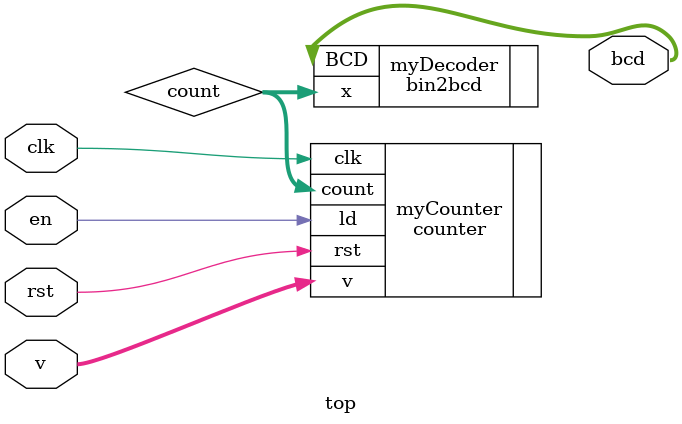
<source format=sv>
module top #(
  parameter WIDTH = 8
)(
  // interface signals
  input  logic             clk,      // clock
  input  logic             rst,      // reset
  input  logic             en,       // enable
  input  logic [WIDTH-1:0] v,        // value to preload
  output logic [11:0]      bcd       // count output
);

  logic  [WIDTH-1:0]       count;    // interconnect wire

counter myCounter (
  .clk (clk),
  .rst (rst),
  .ld (en),
  .count (count),
  .v (v)
);

bin2bcd myDecoder (
  .x (count),
  .BCD (bcd)
);

endmodule

</source>
